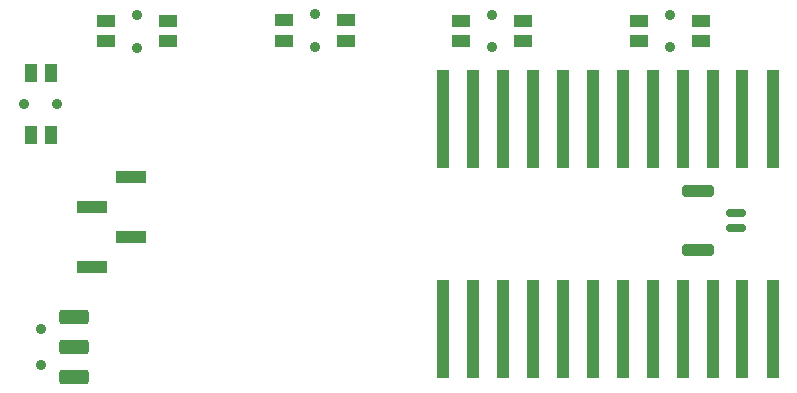
<source format=gbr>
%TF.GenerationSoftware,KiCad,Pcbnew,9.0.0*%
%TF.CreationDate,2025-08-04T08:15:32-07:00*%
%TF.ProjectId,flatchord,666c6174-6368-46f7-9264-2e6b69636164,rev?*%
%TF.SameCoordinates,Original*%
%TF.FileFunction,Soldermask,Top*%
%TF.FilePolarity,Negative*%
%FSLAX46Y46*%
G04 Gerber Fmt 4.6, Leading zero omitted, Abs format (unit mm)*
G04 Created by KiCad (PCBNEW 9.0.0) date 2025-08-04 08:15:32*
%MOMM*%
%LPD*%
G01*
G04 APERTURE LIST*
G04 Aperture macros list*
%AMRoundRect*
0 Rectangle with rounded corners*
0 $1 Rounding radius*
0 $2 $3 $4 $5 $6 $7 $8 $9 X,Y pos of 4 corners*
0 Add a 4 corners polygon primitive as box body*
4,1,4,$2,$3,$4,$5,$6,$7,$8,$9,$2,$3,0*
0 Add four circle primitives for the rounded corners*
1,1,$1+$1,$2,$3*
1,1,$1+$1,$4,$5*
1,1,$1+$1,$6,$7*
1,1,$1+$1,$8,$9*
0 Add four rect primitives between the rounded corners*
20,1,$1+$1,$2,$3,$4,$5,0*
20,1,$1+$1,$4,$5,$6,$7,0*
20,1,$1+$1,$6,$7,$8,$9,0*
20,1,$1+$1,$8,$9,$2,$3,0*%
G04 Aperture macros list end*
%ADD10RoundRect,0.150000X-0.700000X0.150000X-0.700000X-0.150000X0.700000X-0.150000X0.700000X0.150000X0*%
%ADD11RoundRect,0.250000X-1.100000X0.250000X-1.100000X-0.250000X1.100000X-0.250000X1.100000X0.250000X0*%
%ADD12C,0.900000*%
%ADD13R,1.550000X1.000000*%
%ADD14R,1.000000X8.300000*%
%ADD15RoundRect,0.240000X-1.010000X0.360000X-1.010000X-0.360000X1.010000X-0.360000X1.010000X0.360000X0*%
%ADD16R,2.510000X1.000000*%
%ADD17R,1.000000X1.550000*%
G04 APERTURE END LIST*
D10*
%TO.C,BAT1*%
X228960000Y-83480000D03*
X228960000Y-84730000D03*
D11*
X225760000Y-81630000D03*
X225760000Y-86580000D03*
%TD*%
D12*
%TO.C,SW3*%
X223375000Y-66675000D03*
X223375000Y-69425000D03*
D13*
X220750000Y-67200000D03*
X226000000Y-67200000D03*
X220750000Y-68900000D03*
X226000000Y-68900000D03*
%TD*%
D12*
%TO.C,SW0*%
X178275000Y-66725000D03*
X178275000Y-69475000D03*
D13*
X175650000Y-67250000D03*
X180900000Y-67250000D03*
X175650000Y-68950000D03*
X180900000Y-68950000D03*
%TD*%
D14*
%TO.C,U2*%
X232090000Y-75485000D03*
X229530000Y-75485000D03*
X227010000Y-75485000D03*
X224490000Y-75485000D03*
X221930000Y-75485000D03*
X219390000Y-75485000D03*
X216860000Y-75485000D03*
X214300000Y-75485000D03*
X211780000Y-75485000D03*
X209260000Y-75485000D03*
X206700000Y-75485000D03*
X204160000Y-75485000D03*
X204160000Y-93315000D03*
X206700000Y-93315000D03*
X209260000Y-93315000D03*
X211780000Y-93315000D03*
X214300000Y-93315000D03*
X216860000Y-93315000D03*
X219390000Y-93315000D03*
X221930000Y-93315000D03*
X224490000Y-93315000D03*
X227010000Y-93315000D03*
X229530000Y-93315000D03*
X232090000Y-93315000D03*
%TD*%
D12*
%TO.C,SW5*%
X170160000Y-93320000D03*
X170160000Y-96320000D03*
D15*
X172910000Y-92320000D03*
X172910000Y-94820000D03*
X172910000Y-97320000D03*
%TD*%
D16*
%TO.C,J1*%
X174447500Y-88065000D03*
X177757500Y-85525000D03*
X174447500Y-82985000D03*
X177757500Y-80445000D03*
%TD*%
D12*
%TO.C,SW2*%
X208325000Y-66675000D03*
X208325000Y-69425000D03*
D13*
X205700000Y-67200000D03*
X210950000Y-67200000D03*
X205700000Y-68900000D03*
X210950000Y-68900000D03*
%TD*%
D12*
%TO.C,SW1*%
X193350000Y-66650000D03*
X193350000Y-69400000D03*
D13*
X190725000Y-67175000D03*
X195975000Y-67175000D03*
X190725000Y-68875000D03*
X195975000Y-68875000D03*
%TD*%
D12*
%TO.C,SW4*%
X168730000Y-74285000D03*
X171480000Y-74285000D03*
D17*
X169255000Y-76910000D03*
X169255000Y-71660000D03*
X170955000Y-76910000D03*
X170955000Y-71660000D03*
%TD*%
M02*

</source>
